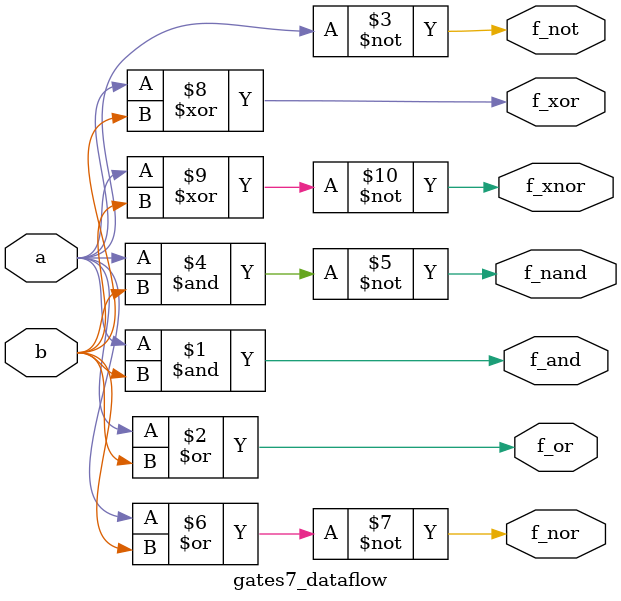
<source format=v>
/************************************************
  The Verilog HDL code example is from the book
  Computer Principles and Design in Verilog HDL
  by Yamin Li, published by A JOHN WILEY & SONS
************************************************/
module gates7_dataflow (a,b,f_and,f_or,f_not,f_nand,f_nor,f_xor,f_xnor);
    input  a, b;                                                  // inputs
    output f_and, f_or, f_not, f_nand, f_nor, f_xor, f_xnor;      // outputs
    assign f_and  =   a & b;                          // and
    assign f_or   =   a | b;                          // or
    assign f_not  = ~ a;                              // not
    assign f_nand = ~(a & b);                         // nand = not(a and b)
    assign f_nor  = ~(a | b);                         // nor  = not(a or  b)
    assign f_xor  =   a ^ b;                          // xor
    assign f_xnor = ~(a ^ b);                         // xnor = not(a xor b)
endmodule

</source>
